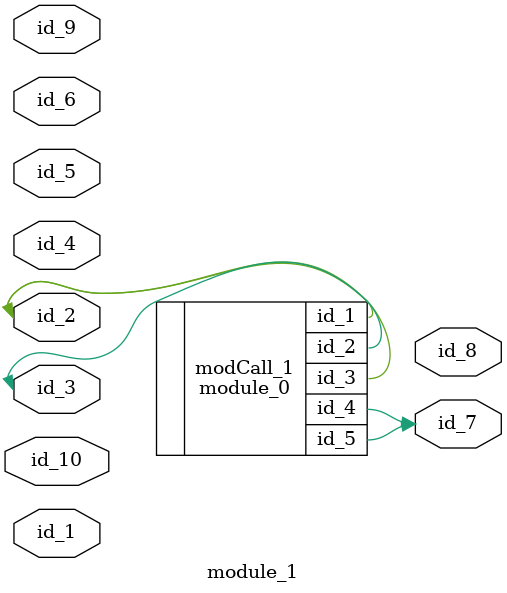
<source format=v>
module module_0 (
    id_1,
    id_2,
    id_3,
    id_4,
    id_5
);
  output wire id_5;
  output wire id_4;
  inout wire id_3;
  inout wire id_2;
  output wire id_1;
  wire id_6;
  wire id_7;
  wire id_8 = id_6;
  wire id_9, id_10;
  assign id_3 = id_3;
  assign id_5 = id_3;
endmodule
module module_1 (
    id_1,
    id_2,
    id_3,
    id_4,
    id_5,
    id_6,
    id_7,
    id_8,
    id_9,
    id_10
);
  input wire id_10;
  input wire id_9;
  output wire id_8;
  output wire id_7;
  input wire id_6;
  input wire id_5;
  inout wire id_4;
  inout wire id_3;
  inout wire id_2;
  input wire id_1;
  wire id_11;
  module_0 modCall_1 (
      id_2,
      id_3,
      id_2,
      id_7,
      id_7
  );
endmodule

</source>
